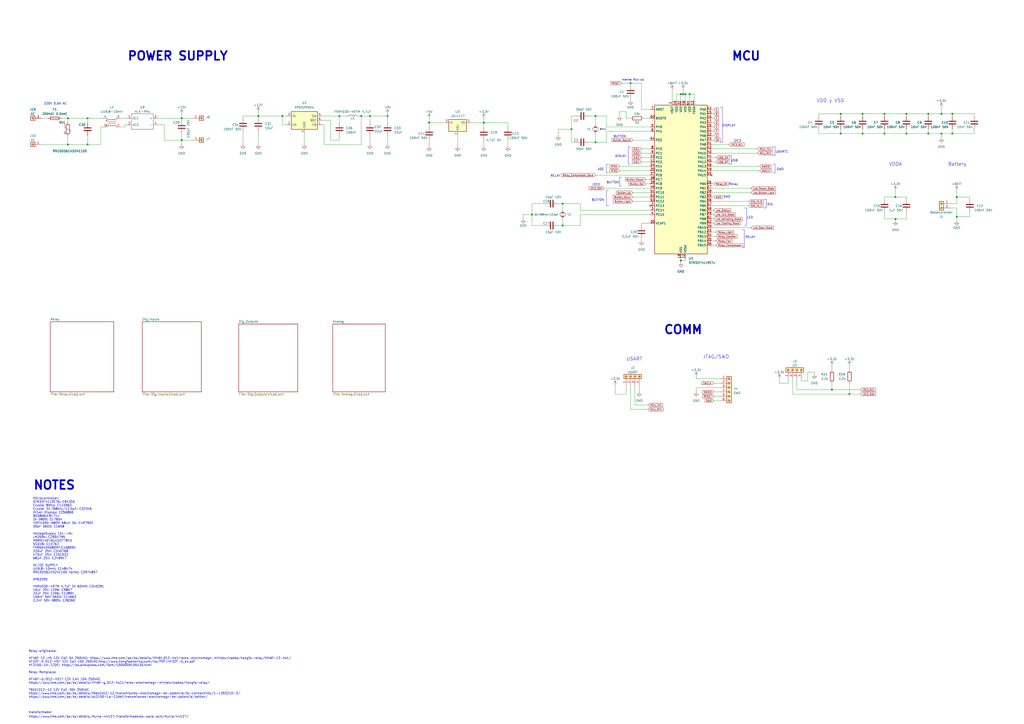
<source format=kicad_sch>
(kicad_sch (version 20230121) (generator eeschema)
  (paper "A2")
  (title_block (title "Control de un sistema de refrigeración") (company "Eplimin S.A.C.") (comment 1 "Cliente: Consorcio Médico"))
  (junction (at 50.8 68.58))
  (junction (at 105.41 68.58))
  (junction (at 365.76 48.26))
  (junction (at 525.78 77.47))
  (junction (at 394.97 151.13))
  (junction (at 554.99 125.73))
  (junction (at 519.43 114.3))
  (junction (at 331.47 74.93))
  (junction (at 492.76 228.6))
  (junction (at 163.83 67.31))
  (junction (at 552.45 66.04))
  (junction (at 280.67 71.12))
  (junction (at 39.37 83.82))
  (junction (at 326.39 130.81))
  (junction (at 546.1 66.04))
  (junction (at 513.08 66.04))
  (junction (at 345.44 82.55))
  (junction (at 500.38 66.04))
  (junction (at 538.48 77.47))
  (junction (at 209.55 67.31))
  (junction (at 50.8 83.82))
  (junction (at 519.43 127))
  (junction (at 538.48 66.04))
  (junction (at 224.79 67.31))
  (junction (at 39.37 68.58))
  (junction (at 308.61 124.46))
  (junction (at 105.41 81.28))
  (junction (at 546.1 77.47))
  (junction (at 552.45 77.47))
  (junction (at 500.38 77.47))
  (junction (at 487.68 66.04))
  (junction (at 482.6 226.06))
  (junction (at 196.85 67.31))
  (junction (at 326.39 118.11))
  (junction (at 345.44 67.31))
  (junction (at 400.05 54.61))
  (junction (at 394.97 54.61))
  (junction (at 554.99 114.3))
  (junction (at 487.68 77.47))
  (junction (at 525.78 66.04))
  (junction (at 396.24 54.61))
  (junction (at 149.86 67.31))
  (junction (at 397.51 54.61))
  (junction (at 214.63 67.31))
  (junction (at 248.92 71.12))
  (junction (at 513.08 77.47))
  (no_connect (at 377.19 119.38))
  (no_connect (at 412.75 101.6))
  (polyline (pts (xy 430.53 143.51) (xy 431.8 143.51)))
  (wire (pts (xy 39.37 78.74) (xy 39.37 83.82)))
  (wire (pts (xy 500.38 66.04) (xy 500.38 67.31)))
  (wire (pts (xy 525.78 66.04) (xy 538.48 66.04)))
  (wire (pts (xy 412.75 114.3) (xy 414.02 114.3)))
  (wire (pts (xy 519.43 114.3) (xy 525.78 114.3)))
  (wire (pts (xy 462.28 226.06) (xy 482.6 226.06)))
  (wire (pts (xy 186.69 72.39) (xy 187.96 72.39)))
  (polyline (pts (xy 351.79 110.49) (xy 353.06 110.49)))
  (wire (pts (xy 372.11 138.43) (xy 372.11 139.7)))
  (wire (pts (xy 196.85 81.28) (xy 191.77 81.28)))
  (wire (pts (xy 196.85 67.31) (xy 200.66 67.31)))
  (wire (pts (xy 412.75 93.98) (xy 415.29 93.98)))
  (wire (pts (xy 363.22 68.58) (xy 363.22 64.77)))
  (wire (pts (xy 452.12 222.25) (xy 457.2 222.25)))
  (wire (pts (xy 166.37 72.39) (xy 163.83 72.39)))
  (wire (pts (xy 414.02 232.41) (xy 417.83 232.41)))
  (wire (pts (xy 546.1 77.47) (xy 546.1 80.01)))
  (wire (pts (xy 412.75 91.44) (xy 415.29 91.44)))
  (wire (pts (xy 331.47 74.93) (xy 331.47 82.55)))
  (wire (pts (xy 24.13 68.58) (xy 27.94 68.58)))
  (polyline (pts (xy 444.5 115.57) (xy 444.5 120.65)))
  (polyline (pts (xy 431.8 130.81) (xy 433.07 130.81)))
  (polyline (pts (xy 351.79 100.33) (xy 353.06 100.33)))
  (wire (pts (xy 414.02 121.92) (xy 412.75 121.92)))
  (wire (pts (xy 414.02 73.66) (xy 412.75 73.66)))
  (polyline (pts (xy 424.18 90.17) (xy 424.18 95.25)))
  (wire (pts (xy 372.11 88.9) (xy 377.19 88.9)))
  (wire (pts (xy 176.53 77.47) (xy 176.53 83.82)))
  (wire (pts (xy 105.41 69.85) (xy 105.41 68.58)))
  (wire (pts (xy 513.08 74.93) (xy 513.08 77.47)))
  (wire (pts (xy 50.8 83.82) (xy 58.42 83.82)))
  (wire (pts (xy 214.63 67.31) (xy 214.63 71.12)))
  (wire (pts (xy 434.34 116.84) (xy 412.75 116.84)))
  (wire (pts (xy 397.51 151.13) (xy 394.97 151.13)))
  (wire (pts (xy 414.02 106.68) (xy 412.75 106.68)))
  (wire (pts (xy 140.97 68.58) (xy 140.97 67.31)))
  (wire (pts (xy 365.76 237.49) (xy 375.92 237.49)))
  (wire (pts (xy 464.82 220.98) (xy 464.82 219.71)))
  (wire (pts (xy 414.02 63.5) (xy 412.75 63.5)))
  (wire (pts (xy 105.41 81.28) (xy 105.41 83.82)))
  (wire (pts (xy 414.02 66.04) (xy 412.75 66.04)))
  (wire (pts (xy 209.55 67.31) (xy 209.55 83.82)))
  (wire (pts (xy 196.85 67.31) (xy 196.85 71.12)))
  (wire (pts (xy 538.48 67.31) (xy 538.48 66.04)))
  (polyline (pts (xy 449.58 85.09) (xy 448.31 85.09)))
  (wire (pts (xy 105.41 66.04) (xy 105.41 68.58)))
  (wire (pts (xy 359.41 96.52) (xy 377.19 96.52)))
  (wire (pts (xy 403.86 218.44) (xy 403.86 219.71)))
  (wire (pts (xy 336.55 121.92) (xy 377.19 121.92)))
  (wire (pts (xy 372.11 91.44) (xy 377.19 91.44)))
  (wire (pts (xy 546.1 77.47) (xy 552.45 77.47)))
  (wire (pts (xy 356.87 228.6) (xy 363.22 228.6)))
  (wire (pts (xy 370.84 223.52) (xy 370.84 227.33)))
  (wire (pts (xy 396.24 52.07) (xy 396.24 54.61)))
  (wire (pts (xy 525.78 77.47) (xy 538.48 77.47)))
  (wire (pts (xy 551.18 120.65) (xy 554.99 120.65)))
  (wire (pts (xy 368.3 234.95) (xy 375.92 234.95)))
  (polyline (pts (xy 422.91 95.25) (xy 424.18 95.25)))
  (wire (pts (xy 525.78 115.57) (xy 525.78 114.3)))
  (wire (pts (xy 474.98 66.04) (xy 487.68 66.04)))
  (wire (pts (xy 187.96 83.82) (xy 209.55 83.82)))
  (polyline (pts (xy 364.49 85.09) (xy 365.76 85.09)))
  (wire (pts (xy 554.99 114.3) (xy 562.61 114.3)))
  (wire (pts (xy 513.08 67.31) (xy 513.08 66.04)))
  (wire (pts (xy 224.79 71.12) (xy 224.79 67.31)))
  (wire (pts (xy 363.22 228.6) (xy 363.22 223.52)))
  (wire (pts (xy 414.02 229.87) (xy 417.83 229.87)))
  (polyline (pts (xy 448.31 100.33) (xy 449.58 100.33)))
  (polyline (pts (xy 449.58 90.17) (xy 449.58 85.09)))
  (wire (pts (xy 326.39 127) (xy 326.39 130.81)))
  (wire (pts (xy 345.44 101.6) (xy 377.19 101.6)))
  (wire (pts (xy 50.8 68.58) (xy 50.8 71.12)))
  (wire (pts (xy 525.78 66.04) (xy 525.78 67.31)))
  (wire (pts (xy 474.98 77.47) (xy 474.98 74.93)))
  (wire (pts (xy 95.25 81.28) (xy 105.41 81.28)))
  (wire (pts (xy 273.05 71.12) (xy 280.67 71.12)))
  (wire (pts (xy 316.23 130.81) (xy 308.61 130.81)))
  (wire (pts (xy 403.86 224.79) (xy 417.83 224.79)))
  (wire (pts (xy 336.55 121.92) (xy 336.55 118.11)))
  (wire (pts (xy 551.18 118.11) (xy 554.99 118.11)))
  (wire (pts (xy 402.59 54.61) (xy 400.05 54.61)))
  (wire (pts (xy 394.97 151.13) (xy 394.97 152.4)))
  (wire (pts (xy 396.24 54.61) (xy 394.97 54.61)))
  (wire (pts (xy 350.52 109.22) (xy 377.19 109.22)))
  (wire (pts (xy 323.85 74.93) (xy 323.85 78.74)))
  (wire (pts (xy 214.63 67.31) (xy 224.79 67.31)))
  (wire (pts (xy 397.51 54.61) (xy 400.05 54.61)))
  (wire (pts (xy 500.38 77.47) (xy 513.08 77.47)))
  (wire (pts (xy 367.03 111.76) (xy 377.19 111.76)))
  (wire (pts (xy 166.37 67.31) (xy 163.83 67.31)))
  (wire (pts (xy 248.92 73.66) (xy 248.92 71.12)))
  (wire (pts (xy 552.45 66.04) (xy 565.15 66.04)))
  (wire (pts (xy 562.61 123.19) (xy 562.61 125.73)))
  (wire (pts (xy 487.68 74.93) (xy 487.68 77.47)))
  (wire (pts (xy 414.02 81.28) (xy 412.75 81.28)))
  (polyline (pts (xy 448.31 95.25) (xy 449.58 95.25)))
  (wire (pts (xy 513.08 77.47) (xy 525.78 77.47)))
  (wire (pts (xy 435.61 132.08) (xy 412.75 132.08)))
  (wire (pts (xy 331.47 67.31) (xy 334.01 67.31)))
  (wire (pts (xy 414.02 227.33) (xy 417.83 227.33)))
  (wire (pts (xy 468.63 220.98) (xy 464.82 220.98)))
  (wire (pts (xy 367.03 116.84) (xy 377.19 116.84)))
  (polyline (pts (xy 430.53 133.35) (xy 431.8 133.35)))
  (wire (pts (xy 414.02 127) (xy 412.75 127)))
  (wire (pts (xy 105.41 81.28) (xy 111.76 81.28)))
  (wire (pts (xy 303.53 124.46) (xy 308.61 124.46)))
  (wire (pts (xy 331.47 82.55) (xy 334.01 82.55)))
  (wire (pts (xy 403.86 227.33) (xy 403.86 224.79)))
  (wire (pts (xy 422.91 83.82) (xy 412.75 83.82)))
  (polyline (pts (xy 364.49 95.25) (xy 364.49 85.09)))
  (wire (pts (xy 372.11 86.36) (xy 377.19 86.36)))
  (wire (pts (xy 554.99 125.73) (xy 554.99 120.65)))
  (polyline (pts (xy 443.23 120.65) (xy 444.5 120.65)))
  (wire (pts (xy 562.61 125.73) (xy 554.99 125.73)))
  (wire (pts (xy 415.29 134.62) (xy 412.75 134.62)))
  (wire (pts (xy 519.43 127) (xy 513.08 127)))
  (polyline (pts (xy 443.23 115.57) (xy 444.5 115.57)))
  (wire (pts (xy 316.23 118.11) (xy 308.61 118.11)))
  (wire (pts (xy 392.43 54.61) (xy 392.43 58.42)))
  (wire (pts (xy 562.61 114.3) (xy 562.61 115.57)))
  (wire (pts (xy 187.96 72.39) (xy 187.96 83.82)))
  (wire (pts (xy 415.29 137.16) (xy 412.75 137.16)))
  (polyline (pts (xy 351.79 95.25) (xy 351.79 100.33)))
  (wire (pts (xy 397.51 149.86) (xy 397.51 151.13)))
  (wire (pts (xy 91.44 72.39) (xy 95.25 72.39)))
  (wire (pts (xy 414.02 76.2) (xy 412.75 76.2)))
  (wire (pts (xy 72.39 73.66) (xy 72.39 72.39)))
  (wire (pts (xy 513.08 114.3) (xy 513.08 115.57)))
  (wire (pts (xy 24.13 83.82) (xy 39.37 83.82)))
  (wire (pts (xy 415.29 139.7) (xy 412.75 139.7)))
  (wire (pts (xy 50.8 68.58) (xy 59.69 68.58)))
  (wire (pts (xy 341.63 82.55) (xy 345.44 82.55)))
  (wire (pts (xy 397.51 54.61) (xy 397.51 58.42)))
  (wire (pts (xy 331.47 67.31) (xy 331.47 74.93)))
  (wire (pts (xy 397.51 54.61) (xy 396.24 54.61)))
  (polyline (pts (xy 419.1 82.55) (xy 419.1 62.23)))
  (polyline (pts (xy 431.8 120.65) (xy 433.07 120.65)))
  (wire (pts (xy 459.74 228.6) (xy 459.74 219.71)))
  (wire (pts (xy 513.08 127) (xy 513.08 123.19)))
  (wire (pts (xy 525.78 127) (xy 519.43 127)))
  (wire (pts (xy 214.63 83.82) (xy 214.63 78.74)))
  (wire (pts (xy 492.76 212.09) (xy 492.76 214.63)))
  (wire (pts (xy 336.55 124.46) (xy 336.55 130.81)))
  (wire (pts (xy 345.44 77.47) (xy 345.44 82.55)))
  (wire (pts (xy 163.83 67.31) (xy 149.86 67.31)))
  (wire (pts (xy 392.43 54.61) (xy 394.97 54.61)))
  (wire (pts (xy 372.11 63.5) (xy 377.19 63.5)))
  (wire (pts (xy 39.37 83.82) (xy 50.8 83.82)))
  (wire (pts (xy 468.63 215.9) (xy 468.63 220.98)))
  (wire (pts (xy 280.67 68.58) (xy 280.67 71.12)))
  (polyline (pts (xy 449.58 95.25) (xy 449.58 100.33)))
  (wire (pts (xy 105.41 68.58) (xy 111.76 68.58)))
  (wire (pts (xy 414.02 71.12) (xy 412.75 71.12)))
  (wire (pts (xy 500.38 66.04) (xy 513.08 66.04)))
  (wire (pts (xy 72.39 72.39) (xy 73.66 72.39)))
  (polyline (pts (xy 431.8 143.51) (xy 431.8 138.43)))
  (wire (pts (xy 365.76 48.26) (xy 372.11 48.26)))
  (wire (pts (xy 368.3 223.52) (xy 368.3 234.95)))
  (wire (pts (xy 149.86 67.31) (xy 149.86 68.58)))
  (wire (pts (xy 209.55 67.31) (xy 214.63 67.31)))
  (wire (pts (xy 326.39 130.81) (xy 336.55 130.81)))
  (wire (pts (xy 538.48 66.04) (xy 546.1 66.04)))
  (wire (pts (xy 394.97 149.86) (xy 394.97 151.13)))
  (wire (pts (xy 374.65 106.68) (xy 377.19 106.68)))
  (wire (pts (xy 224.79 78.74) (xy 224.79 83.82)))
  (wire (pts (xy 345.44 67.31) (xy 341.63 67.31)))
  (wire (pts (xy 149.86 76.2) (xy 149.86 83.82)))
  (wire (pts (xy 538.48 74.93) (xy 538.48 77.47)))
  (wire (pts (xy 472.44 215.9) (xy 468.63 215.9)))
  (wire (pts (xy 440.69 96.52) (xy 412.75 96.52)))
  (wire (pts (xy 500.38 77.47) (xy 500.38 74.93)))
  (wire (pts (xy 439.42 86.36) (xy 412.75 86.36)))
  (wire (pts (xy 58.42 73.66) (xy 58.42 83.82)))
  (wire (pts (xy 414.02 222.25) (xy 417.83 222.25)))
  (wire (pts (xy 140.97 67.31) (xy 149.86 67.31)))
  (wire (pts (xy 374.65 104.14) (xy 377.19 104.14)))
  (wire (pts (xy 492.76 222.25) (xy 492.76 228.6)))
  (wire (pts (xy 50.8 78.74) (xy 50.8 83.82)))
  (wire (pts (xy 435.61 111.76) (xy 412.75 111.76)))
  (wire (pts (xy 367.03 81.28) (xy 377.19 81.28)))
  (wire (pts (xy 402.59 54.61) (xy 402.59 58.42)))
  (polyline (pts (xy 359.41 102.87) (xy 359.41 107.95)))
  (wire (pts (xy 459.74 228.6) (xy 492.76 228.6)))
  (wire (pts (xy 163.83 67.31) (xy 163.83 72.39)))
  (wire (pts (xy 186.69 67.31) (xy 196.85 67.31)))
  (wire (pts (xy 294.64 71.12) (xy 280.67 71.12)))
  (wire (pts (xy 365.76 48.26) (xy 365.76 49.53)))
  (wire (pts (xy 248.92 81.28) (xy 248.92 85.09)))
  (wire (pts (xy 414.02 78.74) (xy 412.75 78.74)))
  (wire (pts (xy 457.2 222.25) (xy 457.2 219.71)))
  (wire (pts (xy 487.68 66.04) (xy 500.38 66.04)))
  (polyline (pts (xy 422.91 90.17) (xy 424.18 90.17)))
  (wire (pts (xy 462.28 226.06) (xy 462.28 219.71)))
  (wire (pts (xy 208.28 67.31) (xy 209.55 67.31)))
  (wire (pts (xy 363.22 64.77) (xy 359.41 64.77)))
  (wire (pts (xy 492.76 228.6) (xy 499.11 228.6)))
  (wire (pts (xy 39.37 68.58) (xy 39.37 71.12)))
  (wire (pts (xy 280.67 71.12) (xy 280.67 73.66)))
  (wire (pts (xy 403.86 219.71) (xy 417.83 219.71)))
  (wire (pts (xy 149.86 64.77) (xy 149.86 67.31)))
  (wire (pts (xy 326.39 118.11) (xy 326.39 121.92)))
  (polyline (pts (xy 351.79 119.38) (xy 351.79 110.49)))
  (polyline (pts (xy 448.31 90.17) (xy 449.58 90.17)))
  (wire (pts (xy 345.44 67.31) (xy 345.44 72.39)))
  (wire (pts (xy 546.1 66.04) (xy 552.45 66.04)))
  (wire (pts (xy 359.41 99.06) (xy 377.19 99.06)))
  (wire (pts (xy 191.77 69.85) (xy 186.69 69.85)))
  (wire (pts (xy 91.44 68.58) (xy 105.41 68.58)))
  (wire (pts (xy 280.67 81.28) (xy 280.67 85.09)))
  (wire (pts (xy 414.02 124.46) (xy 412.75 124.46)))
  (wire (pts (xy 565.15 67.31) (xy 565.15 66.04)))
  (polyline (pts (xy 417.83 62.23) (xy 419.1 62.23)))
  (wire (pts (xy 440.69 99.06) (xy 412.75 99.06)))
  (wire (pts (xy 308.61 118.11) (xy 308.61 124.46)))
  (wire (pts (xy 435.61 109.22) (xy 412.75 109.22)))
  (wire (pts (xy 39.37 68.58) (xy 50.8 68.58)))
  (wire (pts (xy 351.79 76.2) (xy 377.19 76.2)))
  (wire (pts (xy 351.79 73.66) (xy 377.19 73.66)))
  (wire (pts (xy 336.55 124.46) (xy 377.19 124.46)))
  (wire (pts (xy 196.85 78.74) (xy 196.85 81.28)))
  (wire (pts (xy 513.08 66.04) (xy 525.78 66.04)))
  (wire (pts (xy 373.38 68.58) (xy 377.19 68.58)))
  (wire (pts (xy 525.78 123.19) (xy 525.78 127)))
  (wire (pts (xy 482.6 212.09) (xy 482.6 214.63)))
  (wire (pts (xy 323.85 130.81) (xy 326.39 130.81)))
  (wire (pts (xy 552.45 66.04) (xy 552.45 67.31)))
  (wire (pts (xy 365.76 237.49) (xy 365.76 223.52)))
  (wire (pts (xy 474.98 77.47) (xy 487.68 77.47)))
  (polyline (pts (xy 353.06 95.25) (xy 351.79 95.25)))
  (wire (pts (xy 554.99 114.3) (xy 554.99 118.11)))
  (wire (pts (xy 487.68 77.47) (xy 500.38 77.47)))
  (wire (pts (xy 294.64 81.28) (xy 294.64 85.09)))
  (wire (pts (xy 519.43 110.49) (xy 519.43 114.3)))
  (wire (pts (xy 414.02 129.54) (xy 412.75 129.54)))
  (wire (pts (xy 552.45 77.47) (xy 552.45 74.93)))
  (wire (pts (xy 482.6 226.06) (xy 499.11 226.06)))
  (wire (pts (xy 365.76 68.58) (xy 363.22 68.58)))
  (polyline (pts (xy 431.8 138.43) (xy 431.8 133.35)))
  (wire (pts (xy 360.68 48.26) (xy 365.76 48.26)))
  (wire (pts (xy 345.44 67.31) (xy 351.79 67.31)))
  (wire (pts (xy 326.39 118.11) (xy 336.55 118.11)))
  (wire (pts (xy 439.42 88.9) (xy 412.75 88.9)))
  (wire (pts (xy 565.15 74.93) (xy 565.15 77.47)))
  (wire (pts (xy 434.34 119.38) (xy 412.75 119.38)))
  (wire (pts (xy 359.41 64.77) (xy 359.41 67.31)))
  (wire (pts (xy 372.11 48.26) (xy 372.11 63.5)))
  (wire (pts (xy 105.41 77.47) (xy 105.41 81.28)))
  (wire (pts (xy 472.44 217.17) (xy 472.44 215.9)))
  (wire (pts (xy 519.43 127) (xy 519.43 128.27)))
  (wire (pts (xy 140.97 76.2) (xy 140.97 83.82)))
  (wire (pts (xy 95.25 72.39) (xy 95.25 81.28)))
  (wire (pts (xy 554.99 125.73) (xy 554.99 128.27)))
  (wire (pts (xy 303.53 124.46) (xy 303.53 127)))
  (wire (pts (xy 389.89 52.07) (xy 389.89 58.42)))
  (wire (pts (xy 525.78 77.47) (xy 525.78 74.93)))
  (polyline (pts (xy 365.76 95.25) (xy 364.49 95.25)))
  (wire (pts (xy 294.64 73.66) (xy 294.64 71.12)))
  (wire (pts (xy 69.85 73.66) (xy 72.39 73.66)))
  (wire (pts (xy 224.79 66.04) (xy 224.79 67.31)))
  (wire (pts (xy 323.85 74.93) (xy 331.47 74.93)))
  (polyline (pts (xy 417.83 82.55) (xy 419.1 82.55)))
  (wire (pts (xy 365.76 57.15) (xy 365.76 58.42)))
  (wire (pts (xy 487.68 67.31) (xy 487.68 66.04)))
  (wire (pts (xy 400.05 54.61) (xy 400.05 58.42)))
  (wire (pts (xy 58.42 73.66) (xy 59.69 73.66)))
  (polyline (pts (xy 433.07 130.81) (xy 433.07 120.65)))
  (wire (pts (xy 482.6 222.25) (xy 482.6 226.06)))
  (wire (pts (xy 372.11 130.81) (xy 372.11 129.54)))
  (wire (pts (xy 265.43 78.74) (xy 265.43 85.09)))
  (wire (pts (xy 394.97 54.61) (xy 394.97 58.42)))
  (wire (pts (xy 356.87 223.52) (xy 356.87 228.6)))
  (wire (pts (xy 323.85 118.11) (xy 326.39 118.11)))
  (wire (pts (xy 415.29 142.24) (xy 412.75 142.24)))
  (wire (pts (xy 248.92 68.58) (xy 248.92 71.12)))
  (wire (pts (xy 351.79 76.2) (xy 351.79 82.55)))
  (wire (pts (xy 69.85 68.58) (xy 73.66 68.58)))
  (wire (pts (xy 372.11 129.54) (xy 377.19 129.54)))
  (polyline (pts (xy 359.41 107.95) (xy 360.68 107.95)))
  (wire (pts (xy 519.43 114.3) (xy 513.08 114.3)))
  (wire (pts (xy 367.03 114.3) (xy 377.19 114.3)))
  (wire (pts (xy 351.79 67.31) (xy 351.79 73.66)))
  (wire (pts (xy 554.99 110.49) (xy 554.99 114.3)))
  (wire (pts (xy 414.02 68.58) (xy 412.75 68.58)))
  (wire (pts (xy 35.56 68.58) (xy 39.37 68.58)))
  (wire (pts (xy 552.45 77.47) (xy 565.15 77.47)))
  (polyline (pts (xy 360.68 102.87) (xy 359.41 102.87)))
  (wire (pts (xy 308.61 124.46) (xy 308.61 130.81)))
  (polyline (pts (xy 353.06 119.38) (xy 351.79 119.38)))
  (wire (pts (xy 546.1 62.23) (xy 546.1 66.04)))
  (wire (pts (xy 191.77 81.28) (xy 191.77 69.85)))
  (wire (pts (xy 372.11 93.98) (xy 377.19 93.98)))
  (wire (pts (xy 538.48 77.47) (xy 546.1 77.47)))
  (wire (pts (xy 452.12 219.71) (xy 452.12 222.25)))
  (wire (pts (xy 345.44 82.55) (xy 351.79 82.55)))
  (wire (pts (xy 474.98 66.04) (xy 474.98 67.31)))
  (wire (pts (xy 248.92 71.12) (xy 257.81 71.12)))
  (text "SWD" (at 423.6955 114.9772 0) (effects (font (size 1.27 1.27)) (justify right bottom)))
  (text "POWER SUPPLY" (at 73.66 35.56 0) (effects (font (size 5 5) (thickness 1) bold) (justify left bottom)))
  (text "220V 0.5A AC" (at 25.4 60.96 0) (effects (font (size 1.27 1.27)) (justify left bottom)))
  (text "RELAY" (at 438.15 138.43 0) (effects (font (size 1.27 1.27)) (justify right bottom)))
  (text "ADC" (at 350.52 99.06 0) (effects (font (size 1.27 1.27)) (justify right bottom)))
  (text "Relay originales:\n\nHF46F 12-HS 12V Coil 5A 250VAC: https://www.tme.com/pe/es/details/hf46f_012-hs1/reles-electromagn-miniaturizados/hongfa-relay/hf46f-12-hs1/\nHF32F-G 012-HST 12V Coil 10A 250VAC:http://www.hongfaamerica.com/hq/PDF/HF32F-G_en.pdf\nHF2150-1A-12DE: https://es.aliexpress.com/item/1000009105435.html\n\nRelay Remplazo:\n\nHF46F-G/012-HS1T 12V Coil 10A 250VAC\nhttps://www.tme.com/pe/es/details/hf46f-g_012-hs1t/reles-electromagn-miniaturizados/hongfa-relay/\n\nT9AS1D12-12 12V Coil 30A 250VAC\nhttps://www.tme.com/pe/es/details/t9as1d12-12/transmisores-electromagn-de-potencia/te-connectivity/1-1393210-3/\nhttps://www.tme.com/pe/es/details/az2150-1a-12def/transmisores-electromagn-de-potencia/zettler/\n" (at 16.51 405.13 0) (effects (font (size 1.27 1.27)) (justify left bottom)))
  (text "COMM" (at 384.81 194.31 0) (effects (font (size 5 5) (thickness 1) bold) (justify left bottom)))
  (text "LED" (at 436.88 127 0) (effects (font (size 1.27 1.27)) (justify right bottom)))
  (text "RELAY" (at 325.12 102.87 0) (effects (font (size 1.27 1.27)) (justify right bottom)))
  (text "I2C3" (at 425.45 82.55 0) (effects (font (size 1.27 1.27)) (justify left bottom)))
  (text "DISLAY" (at 363.22 91.44 0) (effects (font (size 1.27 1.27)) (justify right bottom)))
  (text "NOTES" (at 19.05 284.48 0) (effects (font (size 5 5) (thickness 1) bold) (justify left bottom)))
  (text "BUTTON" (at 351.79 106.68 0) (effects (font (size 1.27 1.27)) (justify left bottom)))
  (text "BUTTON" (at 350.52 116.84 0) (effects (font (size 1.27 1.27)) (justify right bottom)))
  (text "MCU" (at 424.18 35.56 0) (effects (font (size 5 5) (thickness 1) bold) (justify left bottom)))
  (text "I2C3" (at 347.98 107.95 0) (effects (font (size 1.27 1.27)) (justify right bottom)))
  (text "BUTTON" (at 363.22 80.01 0) (effects (font (size 1.27 1.27)) (justify right bottom)))
  (text "transformador" (at 16.51 414.02 0) (effects (font (size 1.27 1.27)) (justify left bottom)))
  (text "VDD y VSS\n" (at 473.71 59.69 0) (effects (font (size 2 2)) (justify left bottom)))
  (text "DIG" (at 448.31 119.38 0) (effects (font (size 1.27 1.27)) (justify right bottom)))
  (text "USB" (at 427.99 93.98 0) (effects (font (size 1.27 1.27)) (justify right bottom)))
  (text "SWD" (at 454.66 99.06 0) (effects (font (size 1.27 1.27)) (justify right bottom)))
  (text "Microcontroller:\nSTM32F411RET6: C94355\nCrystal 8Mhz: C115962\nCrystal 32.768khz/12.5pF: C32346\nDriver Display: C256866\nBSS806:C91714\n2k 0805: C17604\nYSPI1050-680M 68uH 3A: C497902\n30pF 0603: C1658\n\nVoltageSupply 12v->5v\nLM2594: C2904795\nMBRS140T3G:C5377815\nSS34B: C13762\nFNR6045S680MT:C168091\n220uF 25V: C340768\n470uF 25V: C251022\n68uH 25V: C249947\n\nAC/DC SUPPLY\nUU9.8-10mH: C148474\nRM10D561KD24E100 Varist: C2974807\n\nAP63205\n\nYNR4030-4R7M 4.7uF 2A 60mR: C340391\n10uF 25V 1206: C9807\n22uF 25V 1206: C12891\n100nF 50V 0603: C14663\n2.2nF 50V 0805: C28260" (at 19.05 349.25 0) (effects (font (size 1.27 1.27)) (justify left bottom)))
  (text "VDDA" (at 515.62 96.52 0) (effects (font (size 2 2)) (justify left bottom)))
  (text "Internal Pull-Up\n" (at 360.68 46.99 0) (effects (font (size 1 1)) (justify left bottom)))
  (text "https://www.tme.com/pe/es/details/myrra-44127/transformadores-para-pcb/myrra/44127/" (at 16.51 416.56 0) (effects (font (size 1.27 1.27)) (justify left bottom)))
  (text "USART1" (at 457.2 88.9 0) (effects (font (size 1.27 1.27)) (justify right bottom)))
  (text "Relay" (at 428.16 107.6862 0) (effects (font (size 1.27 1.27)) (justify right bottom)))
  (text "JTAG/SWD" (at 407.67 208.28 0) (effects (font (size 2 2)) (justify left bottom)))
  (text "USART" (at 363.22 209.55 0) (effects (font (size 2 2)) (justify left bottom)))
  (text "DISPLAY" (at 426.72 73.66 0) (effects (font (size 1.27 1.27)) (justify right bottom)))
  (text "Battery" (at 549.91 96.52 0) (effects (font (size 2 2)) (justify left bottom)))
  (global_label "I2C3_SDA" (shape input) (at 499.11 228.6 0) (effects (font (size 1 1))) (property "Intersheetrefs" "${INTERSHEET_REFS}" (effects hide)))
  (global_label "RESET" (shape input) (at 414.02 229.87 180) (effects (font (size 1 1))) (property "Intersheetrefs" "${INTERSHEET_REFS}" (effects hide)))
  (global_label "MCU_TX1" (shape input) (at 439.42 86.36 0) (effects (font (size 1 1))) (property "Intersheetrefs" "${INTERSHEET_REFS}" (effects hide)))
  (global_label "MCU_TX1" (shape input) (at 375.92 234.95 0) (effects (font (size 1 1))) (property "Intersheetrefs" "${INTERSHEET_REFS}" (effects hide)))
  (global_label "DP" (shape input) (at 414.02 81.28 0) (effects (font (size 1 1))) (property "Intersheetrefs" "${INTERSHEET_REFS}" (effects hide)))
  (global_label "DIG3" (shape input) (at 372.11 88.9 180) (effects (font (size 1 1))) (property "Intersheetrefs" "${INTERSHEET_REFS}" (effects hide)))
  (global_label "DIG2" (shape input) (at 372.11 91.44 180) (effects (font (size 1 1))) (property "Intersheetrefs" "${INTERSHEET_REFS}" (effects hide)))
  (global_label "Relay_Fan" (shape input) (at 415.29 139.7 0) (effects (font (size 1 1))) (property "Intersheetrefs" "${INTERSHEET_REFS}" (effects hide)))
  (global_label "DIG_IN_0" (shape input) (at 434.34 116.84 0) (effects (font (size 1 1))) (property "Intersheetrefs" "${INTERSHEET_REFS}" (effects hide)))
  (global_label "Button_Down" (shape input) (at 367.03 114.3 180) (effects (font (size 1 1))) (property "Intersheetrefs" "${INTERSHEET_REFS}" (effects hide)))
  (global_label "G" (shape input) (at 414.02 78.74 0) (effects (font (size 1 1))) (property "Intersheetrefs" "${INTERSHEET_REFS}" (effects hide)))
  (global_label "Relay_Compressor_Save" (shape input) (at 345.44 101.6 180) (effects (font (size 1 1))) (property "Intersheetrefs" "${INTERSHEET_REFS}" (effects hide)))
  (global_label "Relay_On" (shape input) (at 414.02 106.68 0) (effects (font (size 1 1))) (property "Intersheetrefs" "${INTERSHEET_REFS}" (effects hide)))
  (global_label "RTD1" (shape input) (at 359.41 96.52 180) (effects (font (size 1 1))) (property "Intersheetrefs" "${INTERSHEET_REFS}" (effects hide)))
  (global_label "RTD2" (shape input) (at 359.41 99.06 180) (effects (font (size 1 1))) (property "Intersheetrefs" "${INTERSHEET_REFS}" (effects hide)))
  (global_label "B" (shape input) (at 414.02 66.04 0) (effects (font (size 1 1))) (property "Intersheetrefs" "${INTERSHEET_REFS}" (effects hide)))
  (global_label "A" (shape input) (at 414.02 63.5 0) (effects (font (size 1 1))) (property "Intersheetrefs" "${INTERSHEET_REFS}" (effects hide)))
  (global_label "Relay_Calefac" (shape input) (at 415.29 137.16 0) (effects (font (size 1 1))) (property "Intersheetrefs" "${INTERSHEET_REFS}" (effects hide)))
  (global_label "Button_Power" (shape input) (at 374.65 104.14 180) (effects (font (size 1 1))) (property "Intersheetrefs" "${INTERSHEET_REFS}" (effects hide)))
  (global_label "SWDIO" (shape input) (at 414.02 227.33 180) (effects (font (size 1 1))) (property "Intersheetrefs" "${INTERSHEET_REFS}" (effects hide)))
  (global_label "SWO" (shape input) (at 414.02 114.3 0) (effects (font (size 1 1))) (property "Intersheetrefs" "${INTERSHEET_REFS}" (effects hide)))
  (global_label "Button_Sound" (shape input) (at 367.03 81.28 180) (effects (font (size 1 1))) (property "Intersheetrefs" "${INTERSHEET_REFS}" (effects hide)))
  (global_label "I2C3_SDA" (shape input) (at 350.52 109.22 180) (effects (font (size 1 1))) (property "Intersheetrefs" "${INTERSHEET_REFS}" (effects hide)))
  (global_label "Led_Defroting_State" (shape input) (at 414.02 127 0) (effects (font (size 1 1))) (property "Intersheetrefs" "${INTERSHEET_REFS}" (effects hide)))
  (global_label "Relay_Light" (shape input) (at 415.29 134.62 0) (effects (font (size 1 1))) (property "Intersheetrefs" "${INTERSHEET_REFS}" (effects hide)))
  (global_label "E" (shape input) (at 414.02 73.66 0) (effects (font (size 1 1))) (property "Intersheetrefs" "${INTERSHEET_REFS}" (effects hide)))
  (global_label "USB_DP" (shape input) (at 415.29 93.98 0) (effects (font (size 1 1))) (property "Intersheetrefs" "${INTERSHEET_REFS}" (effects hide)))
  (global_label "Led_Button_Lock" (shape input) (at 435.61 111.76 0) (effects (font (size 1 1))) (property "Intersheetrefs" "${INTERSHEET_REFS}" (effects hide)))
  (global_label "Led_Power_State" (shape input) (at 435.61 109.22 0) (effects (font (size 1 1))) (property "Intersheetrefs" "${INTERSHEET_REFS}" (effects hide)))
  (global_label "SWCLK" (shape input) (at 414.02 222.25 180) (effects (font (size 1 1))) (property "Intersheetrefs" "${INTERSHEET_REFS}" (effects hide)))
  (global_label "DIG1" (shape input) (at 372.11 93.98 180) (effects (font (size 1 1))) (property "Intersheetrefs" "${INTERSHEET_REFS}" (effects hide)))
  (global_label "Led_Cooling_State" (shape input) (at 414.02 129.54 0) (effects (font (size 1 1))) (property "Intersheetrefs" "${INTERSHEET_REFS}" (effects hide)))
  (global_label "D" (shape input) (at 414.02 71.12 0) (effects (font (size 1 1))) (property "Intersheetrefs" "${INTERSHEET_REFS}" (effects hide)))
  (global_label "RESET" (shape input) (at 360.68 48.26 180) (effects (font (size 1 1))) (property "Intersheetrefs" "${INTERSHEET_REFS}" (effects hide)))
  (global_label "Led_Door_State" (shape input) (at 435.61 132.08 0) (effects (font (size 1 1))) (property "Intersheetrefs" "${INTERSHEET_REFS}" (effects hide)))
  (global_label "SWDIO" (shape input) (at 440.69 96.52 0) (effects (font (size 1 1))) (property "Intersheetrefs" "${INTERSHEET_REFS}" (effects hide)))
  (global_label "I2C3_SCL" (shape input) (at 422.91 83.82 0) (effects (font (size 1 1))) (property "Intersheetrefs" "${INTERSHEET_REFS}" (effects hide)))
  (global_label "DIG_IN_1" (shape input) (at 434.34 119.38 0) (effects (font (size 1 1))) (property "Intersheetrefs" "${INTERSHEET_REFS}" (effects hide)))
  (global_label "DIG4" (shape input) (at 372.11 86.36 180) (effects (font (size 1 1))) (property "Intersheetrefs" "${INTERSHEET_REFS}" (effects hide)))
  (global_label "Led_Status" (shape input) (at 414.02 121.92 0) (effects (font (size 1 1))) (property "Intersheetrefs" "${INTERSHEET_REFS}" (effects hide)))
  (global_label "I2C3_SCL" (shape input) (at 499.11 226.06 0) (effects (font (size 1 1))) (property "Intersheetrefs" "${INTERSHEET_REFS}" (effects hide)))
  (global_label "Button_Set" (shape input) (at 374.65 106.68 180) (effects (font (size 1 1))) (property "Intersheetrefs" "${INTERSHEET_REFS}" (effects hide)))
  (global_label "Button_Light" (shape input) (at 367.03 116.84 180) (effects (font (size 1 1))) (property "Intersheetrefs" "${INTERSHEET_REFS}" (effects hide)))
  (global_label "USB_DM" (shape input) (at 415.29 91.44 0) (effects (font (size 1 1))) (property "Intersheetrefs" "${INTERSHEET_REFS}" (effects hide)))
  (global_label "Button_Up" (shape input) (at 367.03 111.76 180) (effects (font (size 1 1))) (property "Intersheetrefs" "${INTERSHEET_REFS}" (effects hide)))
  (global_label "F" (shape input) (at 414.02 76.2 0) (effects (font (size 1 1))) (property "Intersheetrefs" "${INTERSHEET_REFS}" (effects hide)))
  (global_label "MCU_RX1" (shape input) (at 439.42 88.9 0) (effects (font (size 1 1))) (property "Intersheetrefs" "${INTERSHEET_REFS}" (effects hide)))
  (global_label "SWCLK" (shape input) (at 440.69 99.06 0) (effects (font (size 1 1))) (property "Intersheetrefs" "${INTERSHEET_REFS}" (effects hide)))
  (global_label "SWO" (shape input) (at 414.02 232.41 180) (effects (font (size 1 1))) (property "Intersheetrefs" "${INTERSHEET_REFS}" (effects hide)))
  (global_label "Relay_Compressor" (shape input) (at 415.29 142.24 0) (effects (font (size 1 1))) (property "Intersheetrefs" "${INTERSHEET_REFS}" (effects hide)))
  (global_label "Led_Fan_State" (shape input) (at 414.02 124.46 0) (effects (font (size 1 1))) (property "Intersheetrefs" "${INTERSHEET_REFS}" (effects hide)))
  (global_label "C" (shape input) (at 414.02 68.58 0) (effects (font (size 1 1))) (property "Intersheetrefs" "${INTERSHEET_REFS}" (effects hide)))
  (global_label "MCU_RX1" (shape input) (at 375.92 237.49 0) (effects (font (size 1 1))) (property "Intersheetrefs" "${INTERSHEET_REFS}" (effects hide)))
  (symbol (lib_id "Device:Fuse") (at 31.75 68.58 90) (unit 1)
    (property "Reference" "F1" (at 31.75 63.5 90))
    (property "Value" "250VAC 0.5AAC" (at 31.75 66.04 90))
    (property "Footprint" "Fuse:Fuseholder_TR5_Littelfuse_No560_No460" (effects hide))
  )
  (symbol (lib_id "power:+3.3V") (at 492.76 212.09 0) (unit 1)
    (property "Reference" "#PWR084" (effects hide))
    (property "Value" "+3.3V" (at 492.76 208.28 0))
  )
  (symbol (lib_id "power:GND") (at 294.64 85.09 0) (unit 1)
    (property "Reference" "#PWR0101" (effects hide))
    (property "Value" "GND" (at 294.64 90.17 0))
  )
  (symbol (lib_id "Device:C") (at 50.8 74.93 0) (unit 1)
    (property "Reference" "C30" (at 45.72 72.39 0) (effects (justify left)))
    (property "Value" "0.1uF 275VAC" (effects hide))
    (property "Footprint" "Capacitor_THT:C_Rect_L18.0mm_W5.0mm_P15.00mm_FKS3_FKP3" (effects hide))
    (property "Datasheet" "https://www.tme.com/pe/es/details/r46ki3100ckm1k/condensadores-de-pelicula-tht/kemet/" (effects hide))
  )
  (symbol (lib_id "1-Capacitor:C_0603") (at 538.48 71.12 0) (unit 1)
    (property "Reference" "C9" (at 532.13 71.12 0) (effects (justify left)))
    (property "Value" "10nF 50V" (at 528.32 73.66 0) (effects (justify left)))
    (property "Footprint" "1-Capacitor:C_0603_1608Metric" (effects hide))
  )
  (symbol (lib_id "Connector:Screw_Terminal_01x01") (at 19.05 83.82 180) (unit 1)
    (property "Reference" "J10" (at 19.05 78.74 0))
    (property "Value" "AC" (at 19.05 81.28 0))
    (property "Footprint" "1-Pad:Solder-Terminal_FS1536_6.3x0.8mm_NINIGI" (effects hide))
  )
  (symbol (lib_id "power:GND") (at 554.99 128.27 0) (unit 1)
    (property "Reference" "#PWR09" (effects hide))
    (property "Value" "GND" (at 554.99 132.08 0))
  )
  (symbol (lib_id "1-Capacitor:C_0603") (at 372.11 134.62 0) (unit 1)
    (property "Reference" "C20" (at 365.76 134.62 0) (effects (justify left)))
    (property "Value" "2.2uF 50V" (at 360.68 137.16 0) (effects (justify left)))
    (property "Footprint" "1-Capacitor:C_0603_1608Metric" (effects hide))
  )
  (symbol (lib_id "1-Capacitor:C_0603") (at 248.92 77.47 0) (unit 1)
    (property "Reference" "C14" (at 242.57 77.47 0) (effects (justify left)))
    (property "Value" "100nF 50V" (at 237.49 80.01 0) (effects (justify left)))
    (property "Footprint" "1-Capacitor:C_0603_1608Metric" (effects hide))
  )
  (symbol (lib_id "Connector:Screw_Terminal_01x01") (at 116.84 68.58 0) (unit 1)
    (property "Reference" "J6" (at 119.38 67.945 0) (effects (justify left)))
    (property "Value" "Screw_Terminal_01x01" (effects hide))
    (property "Footprint" "1-Pad:Pad_0.7mm_1.3mm" (effects hide))
  )
  (symbol (lib_id "1-Capacitor:C_1206") (at 224.79 74.93 0) (unit 1)
    (property "Reference" "C33" (at 228.6 74.295 0) (effects (justify left)))
    (property "Value" "22uF" (at 228.6 76.835 0) (effects (justify left)))
    (property "Footprint" "1-Capacitor:C_1206_3216Metric" (effects hide))
  )
  (symbol (lib_id "1-Capacitor:C_0603") (at 196.85 74.93 0) (unit 1)
    (property "Reference" "C36" (at 200.66 74.295 0) (effects (justify left)))
    (property "Value" "100nF" (at 200.66 76.835 0) (effects (justify left)))
    (property "Footprint" "1-Capacitor:C_0603_1608Metric" (effects hide))
  )
  (symbol (lib_id "power:+3.3V") (at 452.12 219.71 0) (unit 1)
    (property "Reference" "#PWR047" (effects hide))
    (property "Value" "+3.3V" (at 452.12 215.9 0))
  )
  (symbol (lib_id "power:GND") (at 370.84 227.33 0) (unit 1)
    (property "Reference" "#PWR016" (effects hide))
    (property "Value" "GND" (at 370.84 232.41 0))
  )
  (symbol (lib_id "1-Capacitor:C_0603") (at 320.04 130.81 270) (unit 1)
    (property "Reference" "C17" (at 314.96 129.54 90) (effects (justify left)))
    (property "Value" "15pF 10V" (at 316.23 134.62 90) (effects (justify left)))
    (property "Footprint" "1-Capacitor:C_0603_1608Metric" (effects hide))
  )
  (symbol (lib_id "power:GND") (at 323.85 78.74 0) (unit 1)
    (property "Reference" "#PWR02" (effects hide))
    (property "Value" "GND" (at 323.85 83.82 0))
  )
  (symbol (lib_id "power:+3.3V") (at 519.43 110.49 0) (unit 1)
    (property "Reference" "#PWR07" (effects hide))
    (property "Value" "+3.3V" (at 519.43 106.68 0))
  )
  (symbol (lib_id "1-Capacitor:C_0603") (at 337.82 82.55 270) (unit 1)
    (property "Reference" "C3" (at 332.74 81.28 90) (effects (justify left)))
    (property "Value" "30pF 50V" (at 334.01 86.36 90) (effects (justify left)))
    (property "Footprint" "1-Capacitor:C_0603_1608Metric" (effects hide))
  )
  (symbol (lib_id "1-Capacitor:C_0805") (at 280.67 77.47 0) (unit 1)
    (property "Reference" "C19" (at 284.48 76.835 0) (effects (justify left)))
    (property "Value" "4.7uF 5V" (at 281.94 81.28 0) (effects (justify left)))
    (property "Footprint" "1-Capacitor:C_0805_2012Metric" (effects hide))
  )
  (symbol (lib_id "power:+3.3V") (at 482.6 212.09 0) (unit 1)
    (property "Reference" "#PWR083" (effects hide))
    (property "Value" "+3.3V" (at 482.6 208.28 0))
  )
  (symbol (lib_id "power:+12V") (at 105.41 66.04 0) (unit 1)
    (property "Reference" "#PWR085" (effects hide))
    (property "Value" "+12V" (at 105.41 62.23 0))
  )
  (symbol (lib_id "power:GND") (at 265.43 85.09 0) (unit 1)
    (property "Reference" "#PWR041" (effects hide))
    (property "Value" "GND" (at 265.43 90.17 0))
  )
  (symbol (lib_id "MCU_ST_STM32F4:STM32F411RETx") (at 394.97 104.14 0) (unit 1)
    (property "Reference" "U1" (at 399.4659 149.86 0) (effects (justify left)))
    (property "Value" "STM32F411RETx" (at 399.4659 152.4 0) (effects (justify left)))
    (property "Footprint" "Package_QFP:LQFP-64_10x10mm_P0.5mm" (effects hide))
    (property "Datasheet" "https://www.st.com/resource/en/datasheet/stm32f411re.pdf" (effects hide))
  )
  (symbol (lib_id "1-Capacitor:C_0603") (at 552.45 71.12 0) (unit 1)
    (property "Reference" "C10" (at 546.1 71.12 0) (effects (justify left)))
    (property "Value" "100nF 50V" (at 539.75 73.66 0) (effects (justify left)))
    (property "Footprint" "1-Capacitor:C_0603_1608Metric" (effects hide))
  )
  (symbol (lib_id "1-Capacitor:C_0603") (at 365.76 53.34 0) (unit 1)
    (property "Reference" "C1" (at 359.41 53.34 0) (effects (justify left)))
    (property "Value" "100nF 50V" (at 354.33 55.88 0) (effects (justify left)))
    (property "Footprint" "1-Capacitor:C_0603_1608Metric" (effects hide))
  )
  (symbol (lib_id "power:GND") (at 403.86 227.33 0) (unit 1)
    (property "Reference" "#PWR017" (effects hide))
    (property "Value" "GND" (at 403.86 232.41 0))
  )
  (symbol (lib_id "power:+3.3V") (at 403.86 218.44 0) (unit 1)
    (property "Reference" "#PWR013" (effects hide))
    (property "Value" "+3.3V" (at 403.86 214.63 0))
  )
  (symbol (lib_id "Device:Crystal_Small") (at 345.44 74.93 270) (unit 1)
    (property "Reference" "Y1" (at 342.9 74.93 90) (effects (justify right)))
    (property "Value" "8Mhz" (at 351.79 74.93 90) (effects (font (size 1 1)) (justify right)))
    (property "Footprint" "1-Crystal-and-Oscillator:Crystal_SMD_5032-2Pin_5.0x3.2mm" (effects hide))
  )
  (symbol (lib_id "Device:L") (at 204.47 67.31 90) (unit 1)
    (property "Reference" "L3" (at 204.47 68.58 90))
    (property "Value" "YNR4030-4R7M 4.7uF" (at 204.47 64.77 90))
    (property "Footprint" "1-Inductor:Inductor_YNR4030_4x4x3mm_YJYCOIN" (effects hide))
  )
  (symbol (lib_id "1-Capacitor:C_0603") (at 474.98 71.12 0) (unit 1)
    (property "Reference" "C4" (at 468.63 71.12 0) (effects (justify left)))
    (property "Value" "100nF 50V" (at 463.55 73.66 0) (effects (justify left)))
    (property "Footprint" "1-Capacitor:C_0603_1608Metric" (effects hide))
  )
  (symbol (lib_id "power:GND") (at 519.43 128.27 0) (unit 1)
    (property "Reference" "#PWR011" (effects hide))
    (property "Value" "GND" (at 519.43 133.35 0))
  )
  (symbol (lib_id "power:+5V") (at 248.92 68.58 0) (unit 1)
    (property "Reference" "#PWR038" (effects hide))
    (property "Value" "+5V" (at 248.92 64.77 0))
  )
  (symbol (lib_id "power:GND") (at 280.67 85.09 0) (unit 1)
    (property "Reference" "#PWR042" (effects hide))
    (property "Value" "GND" (at 280.67 90.17 0))
  )
  (symbol (lib_id "power:+5V") (at 224.79 66.04 0) (unit 1)
    (property "Reference" "#PWR087" (effects hide))
    (property "Value" "+5V" (at 224.79 62.23 0))
  )
  (symbol (lib_id "power:GND") (at 472.44 217.17 0) (unit 1)
    (property "Reference" "#PWR055" (effects hide))
    (property "Value" "GND" (at 472.44 222.25 0))
  )
  (symbol (lib_id "power:GND") (at 140.97 83.82 0) (unit 1)
    (property "Reference" "#PWR0102" (effects hide))
    (property "Value" "GND" (at 140.97 88.9 0))
  )
  (symbol (lib_id "power:GND") (at 224.79 83.82 0) (unit 1)
    (property "Reference" "#PWR098" (effects hide))
    (property "Value" "GND" (at 224.79 88.9 0))
  )
  (symbol (lib_id "1-Capacitor:C_1206") (at 214.63 74.93 0) (unit 1)
    (property "Reference" "C32" (at 217.17 73.66 0) (effects (justify left)))
    (property "Value" "22uF" (at 217.17 76.2 0) (effects (justify left)))
    (property "Footprint" "1-Capacitor:C_1206_3216Metric" (effects hide))
  )
  (symbol (lib_id "Connector:Screw_Terminal_01x04") (at 365.76 218.44 90) (unit 1)
    (property "Reference" "J2" (at 367.03 213.36 90))
    (property "Value" "USART" (at 367.03 215.9 90))
    (property "Footprint" "1-Pinhead:PinHeader_1x04_P2.54mm_Vertical" (effects hide))
  )
  (symbol (lib_id "power:+12V") (at 149.86 64.77 0) (unit 1)
    (property "Reference" "#PWR099" (effects hide))
    (property "Value" "+12V" (at 149.86 60.96 0))
  )
  (symbol (lib_id "power:GND") (at 149.86 83.82 0) (unit 1)
    (property "Reference" "#PWR094" (effects hide))
    (property "Value" "GND" (at 149.86 88.9 0))
  )
  (symbol (lib_id "Connector:Screw_Terminal_01x06") (at 422.91 224.79 0) (unit 1)
    (property "Reference" "J4" (at 425.45 225.425 0) (effects (justify left)))
    (property "Value" "SWD" (at 425.45 227.965 0) (effects (justify left)))
    (property "Footprint" "Connector_PinHeader_2.54mm:PinHeader_1x06_P2.54mm_Vertical" (effects hide))
  )
  (symbol (lib_id "power:+3.3V") (at 280.67 68.58 0) (unit 1)
    (property "Reference" "#PWR039" (effects hide))
    (property "Value" "+3.3V" (at 280.67 64.77 0))
  )
  (symbol (lib_id "1-Capacitor:C_0603") (at 500.38 71.12 0) (unit 1)
    (property "Reference" "C6" (at 494.03 71.12 0) (effects (justify left)))
    (property "Value" "100nF 50V" (at 488.95 73.66 0) (effects (justify left)))
    (property "Footprint" "1-Capacitor:C_0603_1608Metric" (effects hide))
  )
  (symbol (lib_id "1-Capacitor:C_0603") (at 487.68 71.12 0) (unit 1)
    (property "Reference" "C5" (at 481.33 71.12 0) (effects (justify left)))
    (property "Value" "10nF 50V" (at 477.52 73.66 0) (effects (justify left)))
    (property "Footprint" "1-Capacitor:C_0603_1608Metric" (effects hide))
  )
  (symbol (lib_id "power:+3.3V") (at 396.24 52.07 0) (unit 1)
    (property "Reference" "#PWR018" (effects hide))
    (property "Value" "+3.3V" (at 396.24 48.26 0))
  )
  (symbol (lib_id "1-Capacitor:C_0603") (at 513.08 119.38 0) (unit 1)
    (property "Reference" "C15" (at 506.73 119.38 0) (effects (justify left)))
    (property "Value" "100nF 50V" (at 501.65 121.92 0) (effects (justify left)))
    (property "Footprint" "1-Capacitor:C_0603_1608Metric" (effects hide))
  )
  (symbol (lib_id "1-Capacitor:C_0603") (at 294.64 77.47 0) (mirror y) (unit 1)
    (property "Reference" "C13" (at 300.99 77.47 0) (effects (justify left)))
    (property "Value" "100nF 50V" (at 306.07 80.01 0) (effects (justify left)))
    (property "Footprint" "1-Capacitor:C_0603_1608Metric" (effects hide))
  )
  (symbol (lib_id "1-Capacitor:C_0603") (at 337.82 67.31 270) (unit 1)
    (property "Reference" "C2" (at 332.74 69.85 90) (effects (justify left)))
    (property "Value" "30pF 50V" (at 334.01 63.5 90) (effects (justify left)))
    (property "Footprint" "1-Capacitor:C_0603_1608Metric" (effects hide))
  )
  (symbol (lib_id "power:+BATT") (at 389.89 52.07 0) (unit 1)
    (property "Reference" "#PWR019" (effects hide))
    (property "Value" "+BATT" (at 389.89 48.26 0))
  )
  (symbol (lib_id "1-Resistor:R_0603") (at 492.76 218.44 180) (unit 1)
    (property "Reference" "R29" (at 486.41 217.17 0) (effects (justify right)))
    (property "Value" "2.2k" (at 486.41 219.71 0) (effects (justify right)))
    (property "Footprint" "1-Resistor:R_0805_2012Metric" (effects hide))
  )
  (symbol (lib_id "1-Capacitor:C_0603") (at 525.78 71.12 0) (unit 1)
    (property "Reference" "C8" (at 519.43 71.12 0) (effects (justify left)))
    (property "Value" "100nF 50V" (at 514.35 73.66 0) (effects (justify left)))
    (property "Footprint" "1-Capacitor:C_0603_1608Metric" (effects hide))
  )
  (symbol (lib_id "1-Module:HLK-PM-03/01/09/12") (at 82.55 69.85 0) (unit 1)
    (property "Reference" "U9" (at 82.55 62.23 0))
    (property "Value" "HLK-PMx" (at 82.55 64.77 0))
    (property "Footprint" "1-Module:HLK-PM12" (effects hide))
    (property "Datasheet" "https://datasheet.lcsc.com/lcsc/1909111105_HI-LINK-HLK-PM24_C399250.pdf" (effects hide))
  )
  (symbol (lib_id "Connector:Screw_Terminal_01x01") (at 116.84 81.28 0) (unit 1)
    (property "Reference" "J7" (at 119.38 80.645 0) (effects (justify left)))
    (property "Value" "Screw_Terminal_01x01" (effects hide))
    (property "Footprint" "1-Pad:Pad_0.7mm_1.3mm" (effects hide))
  )
  (symbol (lib_id "1-Resistor:R_0603") (at 482.6 218.44 180) (unit 1)
    (property "Reference" "R24" (at 476.25 217.17 0) (effects (justify right)))
    (property "Value" "2.2k" (at 476.25 219.71 0) (effects (justify right)))
    (property "Footprint" "1-Resistor:R_0805_2012Metric" (effects hide))
  )
  (symbol (lib_id "power:+BATT") (at 554.99 110.49 0) (unit 1)
    (property "Reference" "#PWR05" (effects hide))
    (property "Value" "+BATT" (at 554.99 106.68 0))
  )
  (symbol (lib_id "Regulator_Linear:AMS1117") (at 265.43 71.12 0) (unit 1)
    (property "Reference" "U3" (at 265.43 64.77 0))
    (property "Value" "LDL1117" (at 265.43 67.31 0))
    (property "Footprint" "Package_TO_SOT_SMD:SOT-223-3_TabPin2" (effects hide))
    (property "Datasheet" "http://www.advanced-monolithic.com/pdf/ds1117.pdf" (effects hide))
  )
  (symbol (lib_id "power:GND") (at 248.92 85.09 0) (unit 1)
    (property "Reference" "#PWR040" (effects hide))
    (property "Value" "GND" (at 248.92 90.17 0))
  )
  (symbol (lib_id "power:GND") (at 359.41 67.31 0) (unit 1)
    (property "Reference" "#PWR021" (effects hide))
    (property "Value" "GND" (at 359.41 72.39 0))
  )
  (symbol (lib_id "Connector:Screw_Terminal_01x04") (at 459.74 214.63 90) (unit 1)
    (property "Reference" "J3" (at 461.01 209.55 90))
    (property "Value" "I2C" (at 461.01 212.09 90))
    (property "Footprint" "1-Pinhead:PinHeader_1x04_P2.54mm_Vertical" (effects hide))
  )
  (symbol (lib_id "power:GND") (at 372.11 139.7 0) (unit 1)
    (property "Reference" "#PWR022" (effects hide))
    (property "Value" "GND" (at 372.11 144.78 0))
  )
  (symbol (lib_id "power:GND") (at 546.1 80.01 0) (unit 1)
    (property "Reference" "#PWR04" (effects hide))
    (property "Value" "GND" (at 546.1 85.09 0))
  )
  (symbol (lib_id "1-Capacitor:C_0603") (at 565.15 71.12 0) (unit 1)
    (property "Reference" "C11" (at 558.8 71.12 0) (effects (justify left)))
    (property "Value" "10nF 50V" (at 554.99 73.66 0) (effects (justify left)))
    (property "Footprint" "1-Capacitor:C_0603_1608Metric" (effects hide))
  )
  (symbol (lib_id "1-Capacitor:C_1206") (at 149.86 72.39 0) (unit 1)
    (property "Reference" "C31" (at 153.67 71.755 0) (effects (justify left)))
    (property "Value" "10uF" (at 153.67 74.295 0) (effects (justify left)))
    (property "Footprint" "1-Capacitor:C_1206_3216Metric" (effects hide))
  )
  (symbol (lib_id "1-Capacitor:C_0603") (at 513.08 71.12 0) (unit 1)
    (property "Reference" "C7" (at 506.73 71.12 0) (effects (justify left)))
    (property "Value" "10nF 50V" (at 502.92 73.66 0) (effects (justify left)))
    (property "Footprint" "1-Capacitor:C_0603_1608Metric" (effects hide))
  )
  (symbol (lib_id "1-Resistor:R_0603") (at 369.57 68.58 270) (mirror x) (unit 1)
    (property "Reference" "R3" (at 369.57 71.12 90))
    (property "Value" "10k" (at 369.57 66.04 90))
    (property "Footprint" "1-Resistor:R_0603_1608Metric" (effects hide))
  )
  (symbol (lib_id "Connector:Screw_Terminal_01x01") (at 19.05 68.58 180) (unit 1)
    (property "Reference" "J19" (at 19.05 63.5 0))
    (property "Value" "AC" (at 19.05 66.04 0))
    (property "Footprint" "1-Pad:Solder-Terminal_FS1536_6.3x0.8mm_NINIGI" (effects hide))
  )
  (symbol (lib_id "1-Capacitor:C_0603") (at 320.04 118.11 270) (unit 1)
    (property "Reference" "C18" (at 314.96 116.84 90) (effects (justify left)))
    (property "Value" "15pF 10V" (at 316.23 114.3 90) (effects (justify left)))
    (property "Footprint" "1-Capacitor:C_0603_1608Metric" (effects hide))
  )
  (symbol (lib_id "power:GND") (at 105.41 83.82 0) (unit 1)
    (property "Reference" "#PWR036" (effects hide))
    (property "Value" "GND" (at 105.41 88.9 0))
  )
  (symbol (lib_id "1-Capacitor:C_0603") (at 140.97 72.39 0) (unit 1)
    (property "Reference" "C34" (at 134.62 72.39 0) (effects (justify left)))
    (property "Value" "100nF 50V" (at 129.54 74.93 0) (effects (justify left)))
    (property "Footprint" "1-Capacitor:C_0603_1608Metric" (effects hide))
  )
  (symbol (lib_id "power:+3.3V") (at 356.87 223.52 0) (unit 1)
    (property "Reference" "#PWR014" (effects hide))
    (property "Value" "+3.3V" (at 356.87 219.71 0))
  )
  (symbol (lib_id "power:GND") (at 176.53 83.82 0) (unit 1)
    (property "Reference" "#PWR0100" (effects hide))
    (property "Value" "GND" (at 176.53 88.9 0))
  )
  (symbol (lib_id "Device:C") (at 105.41 73.66 0) (unit 1)
    (property "Reference" "C29" (at 100.33 71.12 0) (effects (justify left)))
    (property "Value" "100uF 25V" (at 109.22 80.01 90) (effects (justify left)))
    (property "Footprint" "Capacitor_SMD:CP_Elec_6.3x7.7" (effects hide))
  )
  (symbol (lib_id "1-Inductor:UU9.8-10mH") (at 64.77 71.12 0) (mirror x) (unit 1)
    (property "Reference" "L2" (at 64.77 62.23 0))
    (property "Value" "UU9.8-10mH" (at 64.77 64.77 0))
    (property "Footprint" "1-Inductor:UU9.8-10mH" (effects hide))
    (property "Datasheet" "https://datasheet.lcsc.com/lcsc/2107131212_FH--Guangdong-Fenghua-Advanced-Tech-UU9-8-10mH_C148474.pdf" (effects hide))
  )
  (symbol (lib_id "power:GND") (at 365.76 58.42 0) (unit 1)
    (property "Reference" "#PWR01" (effects hide))
    (property "Value" "GND" (at 365.76 62.23 0))
  )
  (symbol (lib_id "1-Capacitor:C_0603") (at 525.78 119.38 0) (unit 1)
    (property "Reference" "C16" (at 519.43 119.38 0) (effects (justify left)))
    (property "Value" "1uF 50V" (at 515.62 121.92 0) (effects (justify left)))
    (property "Footprint" "1-Capacitor:C_0603_1608Metric" (effects hide))
  )
  (symbol (lib_id "power:GND") (at 214.63 83.82 0) (unit 1)
    (property "Reference" "#PWR097" (effects hide))
    (property "Value" "GND" (at 214.63 88.9 0))
  )
  (symbol (lib_id "power:GND") (at 394.97 152.4 0) (unit 1)
    (property "Reference" "#PWR023" (effects hide))
    (property "Value" "GND" (at 394.97 157.48 0))
  )
  (symbol (lib_id "power:GND") (at 303.53 127 0) (unit 1)
    (property "Reference" "#PWR020" (effects hide))
    (property "Value" "GND" (at 303.53 130.81 0))
  )
  (symbol (lib_id "Device:Varistor") (at 39.37 74.93 0) (unit 1)
    (property "Reference" "RV1" (at 34.29 71.12 0) (effects (justify left)))
    (property "Value" "RM10D561KD24E100" (at 30.48 87.63 0) (effects (justify left)))
    (property "Footprint" "Varistor:RV_Disc_D12mm_W5.1mm_P7.5mm" (effects hide))
    (property "Datasheet" "https://datasheet.lcsc.com/lcsc/2202161430_Dersonic-RM10D561KD24E100_C2974807.pdf" (effects hide))
  )
  (symbol (lib_id "Regulator_Switching:AP63205WU") (at 176.53 69.85 0) (unit 1)
    (property "Reference" "U2" (at 176.53 59.69 0))
    (property "Value" "AP63205WU" (at 176.53 62.23 0))
    (property "Footprint" "Package_TO_SOT_SMD:TSOT-23-6" (effects hide))
    (property "Datasheet" "https://www.diodes.com/assets/Datasheets/AP63200-AP63201-AP63203-AP63205.pdf" (effects hide))
  )
  (symbol (lib_id "Connector:Screw_Terminal_01x02") (at 546.1 118.11 0) (mirror y) (unit 1)
    (property "Reference" "J1" (at 546.1 125.73 0))
    (property "Value" "BatteryHolder" (at 546.1 123.19 0))
    (property "Footprint" "1-Battery:BatteryHolder_DS1092_04_B6P" (effects hide))
  )
  (symbol (lib_id "power:+3.3V") (at 546.1 62.23 0) (unit 1)
    (property "Reference" "#PWR03" (effects hide))
    (property "Value" "+3.3V" (at 546.1 58.42 0))
  )
  (symbol (lib_id "Device:Crystal_Small") (at 326.39 124.46 90) (unit 1)
    (property "Reference" "Y2" (at 328.93 124.46 90) (effects (justify right)))
    (property "Value" "32.768khz/12.5pF" (at 309.88 124.46 90) (effects (font (size 1 1)) (justify right)))
    (property "Footprint" "1-Crystal-and-Oscillator:Crystal_SMD_3215-2P_32.768khz" (effects hide))
  )
  (symbol (lib_id "1-Capacitor:C_0603") (at 562.61 119.38 0) (unit 1)
    (property "Reference" "C12" (at 566.42 119.38 0) (effects (justify left)))
    (property "Value" "100nF 50V" (at 565.15 121.92 0) (effects (justify left)))
    (property "Footprint" "1-Capacitor:C_0603_1608Metric" (effects hide))
  )
  (sheet (at 193.04 187.96) (size 30.48 39.37) (stroke (width 0.1524))
    (property "Sheetname" "Analog" (at 193.04 187.2484 0) (effects (justify left bottom)))
    (property "Sheetfile" "Analog.kicad_sch" (at 193.04 227.9146 0) (effects (justify left top)))
  )
  (sheet (at 29.21 186.69) (size 36.83 40.64) (stroke (width 0.1524))
    (property "Sheetname" "Relay" (at 29.21 185.9784 0) (effects (justify left bottom)))
    (property "Sheetfile" "Relay.kicad_sch" (at 29.21 227.9146 0) (effects (justify left top)))
  )
  (sheet (at 82.55 186.69) (size 34.29 40.64) (stroke (width 0.1524))
    (property "Sheetname" "Dig_Inputs" (at 82.55 185.9784 0) (effects (justify left bottom)))
    (property "Sheetfile" "Dig_Inputs.kicad_sch" (at 82.55 227.9146 0) (effects (justify left top)))
  )
  (sheet (at 138.43 187.96) (size 34.29 39.37) (stroke (width 0.1524))
    (property "Sheetname" "Dig_Outputs" (at 138.43 187.2484 0) (effects (justify left bottom)))
    (property "Sheetfile" "Dig_Outputs.kicad_sch" (at 138.43 227.9146 0) (effects (justify left top)))
  )
)
</source>
